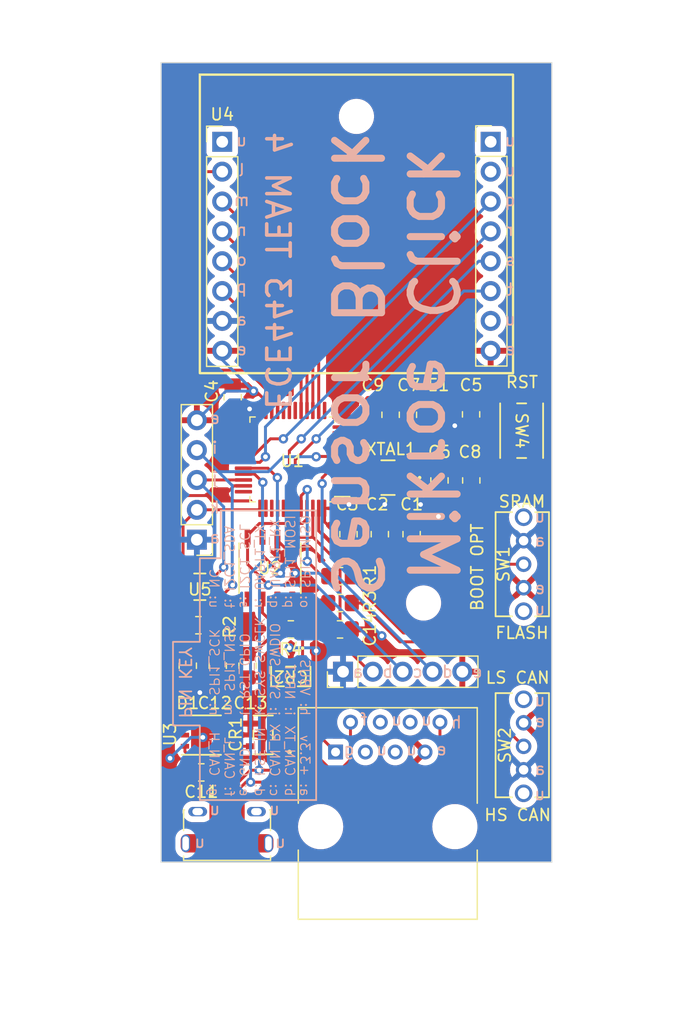
<source format=kicad_pcb>
(kicad_pcb (version 20221018) (generator pcbnew)
  (layers (0 "F.Cu" signal) (31 "B.Cu" signal) (34 "B.Paste" user) (35 "F.Paste" user) (36 "B.SilkS" user "B.Silkscreen") (37 "F.SilkS" user "F.Silkscreen") (38 "B.Mask" user) (39 "F.Mask" user) (44 "Edge.Cuts" user))
  (net 0 "")
  (net 1 "+3.3V")
  (net 5 "GND")
  (net 6 "+3.3VA")
  (net 7 "/NRST")
  (net 8 "VBUS")
  (net 13 "/CAN_L")
  (net 14 "/CAN_H")
  (net 15 "Net-(D1-K)")
  (net 16 "Net-(SW1-B)")
  (net 20 "/BOOT0")
  (net 22 "Net-(U2-RS)")
  (net 23 "/HSE_IN")
  (net 29 "/HSE_OUT")
  (net 30 "/SPI1_NSS")
  (net 31 "/SPI1_SCK")
  (net 32 "/SPI1_MISO")
  (net 33 "/SPI1_MOSI")
  (net 35 "/RST_GPIO")
  (net 40 "/UART1_TX")
  (net 41 "/UART1_RX")
  (net 42 "/USB_DM")
  (net 43 "/USB_DP")
  (net 44 "/SYS_SWDIO")
  (net 45 "/SYS_SWCLK")
  (net 46 "/I2C1_SCL")
  (net 47 "/I2C1_SDA")
  (net 48 "/CAN_RX")
  (net 49 "/CAN_TX")
  (net 58 "Net-(SW2-B)")
  (footprint "footprints:SOT-353   USV_TOS" (layer "F.Cu") (at 102.108 67.705999 180)
    (fp_text reference "U5")
    (fp_text value "DF5A5.6LFUTE85L_F" hide)
  )
  (footprint "footprints:AMPHENOL_10118194-0001LF" (layer "F.Cu") (at 104.425 89.535)
    (fp_text reference "J1" hide)
    (fp_text value "USB_B_Micro" hide)
  )
  (footprint "Resistor_SMD:R_0805_2012Metric_Pad1.20x1.40mm_HandSolder" (layer "F.Cu") (at 122.5138 58.658 -90)
    (fp_text reference "C6")
    (fp_text value ".01u" hide)
  )
  (footprint "footprints:MikroBUS" (layer "F.Cu") (at 104.013 29.845)
    (fp_text reference "U4")
    (fp_text value "~")
  )
  (footprint "MountingHole:MountingHole_2.5mm" (layer "F.Cu") (at 121.158 69.088)
    (fp_text reference "H2" hide)
    (fp_text value "MountingHole" hide)
  )
  (footprint "Resistor_SMD:R_0805_2012Metric_Pad1.20x1.40mm_HandSolder" (layer "F.Cu") (at 114.046 69.088)
    (fp_text reference "R3")
    (fp_text value "10k" hide)
  )
  (footprint "footprints:1825232-1_TEC" (layer "F.Cu") (at 129.6797 67.786 90)
    (fp_text reference "SW1")
    (fp_text value "SW_SPDT" hide)
  )
  (footprint "Resistor_SMD:R_0805_2012Metric_Pad1.20x1.40mm_HandSolder" (layer "F.Cu") (at 101.9811 70.9774 180)
    (fp_text reference "R2")
    (fp_text value "1.5k" hide)
  )
  (footprint "Resistor_SMD:R_0805_2012Metric_Pad1.20x1.40mm_HandSolder" (layer "F.Cu") (at 114.7644 63.23 -90)
    (fp_text reference "C3")
    (fp_text value "100n" hide)
  )
  (footprint "Resistor_SMD:R_0805_2012Metric_Pad1.20x1.40mm_HandSolder" (layer "F.Cu") (at 104.902 51.578 90)
    (fp_text reference "C4")
    (fp_text value "100n" hide)
  )
  (footprint "Resistor_SMD:R_0805_2012Metric_Pad1.20x1.40mm_HandSolder" (layer "F.Cu") (at 125.222 58.658 -90)
    (fp_text reference "C8")
    (fp_text value "100n" hide)
  )
  (footprint "footprints:TVS-SP05_LTF-L" (layer "F.Cu") (at 107.49915 80.309802)
    (fp_text reference "CR1")
    (fp_text value "SP0503BAHTG" hide)
  )
  (footprint "Resistor_SMD:R_0805_2012Metric_Pad1.20x1.40mm_HandSolder" (layer "F.Cu") (at 109.855 71.3326)
    (fp_text reference "R4")
    (fp_text value "120" hide)
  )
  (footprint "footprints:CHIP_ASE-24_ABR-L" (layer "F.Cu") (at 118.1321 58.42 180)
    (fp_text reference "XTAL1")
    (fp_text value "ASE-25.000MHZ-LC-T" hide)
  )
  (footprint "Connector_PinHeader_2.54mm:PinHeader_1x05_P2.54mm_Vertical" (layer "F.Cu") (at 101.854 63.6975 180)
    (fp_text reference "J4" hide)
    (fp_text value "Conn_01x05" hide)
  )
  (footprint "Resistor_SMD:R_0805_2012Metric_Pad1.20x1.40mm_HandSolder" (layer "F.Cu") (at 114.046 66.802 180)
    (fp_text reference "R1")
    (fp_text value "10k" hide)
  )
  (footprint "Resistor_SMD:R_0805_2012Metric_Pad1.20x1.40mm_HandSolder" (layer "F.Cu") (at 103.632 74.4224 90)
    (fp_text reference "C12")
    (fp_text value "1u" hide)
  )
  (footprint "footprints:SW4_PTS815 SJM 250 SMTR LFS_CNK" (layer "F.Cu") (at 129.5105 54.4248 -90)
    (fp_text reference "SW4")
    (fp_text value "PTS815 SJM 250 SMTR LFS" hide)
  )
  (footprint "Resistor_SMD:R_0805_2012Metric_Pad1.20x1.40mm_HandSolder" (layer "F.Cu") (at 101.0811 74.4224 -90)
    (fp_text reference "D1")
    (fp_text value "LED" hide)
  )
  (footprint "Resistor_SMD:R_0805_2012Metric_Pad1.20x1.40mm_HandSolder" (layer "F.Cu") (at 119.8284 53.07 -90)
    (fp_text reference "C7")
    (fp_text value "1u" hide)
  )
  (footprint "Resistor_SMD:R_0805_2012Metric_Pad1.20x1.40mm_HandSolder" (layer "F.Cu") (at 114.046 71.3326)
    (fp_text reference "C14")
    (fp_text value "100p" hide)
  )
  (footprint "Resistor_SMD:R_0805_2012Metric_Pad1.20x1.40mm_HandSolder" (layer "F.Cu") (at 125.206 53.0352 90)
    (fp_text reference "C5")
    (fp_text value "1u" hide)
  )
  (footprint "Resistor_SMD:R_0805_2012Metric_Pad1.20x1.40mm_HandSolder" (layer "F.Cu") (at 117.4338 63.23 -90)
    (fp_text reference "C2")
    (fp_text value "100n" hide)
  )
  (footprint "MountingHole:MountingHole_2.5mm" (layer "F.Cu") (at 115.443 27.686)
    (fp_text reference "H1" hide)
    (fp_text value "MountingHole" hide)
  )
  (footprint "Connector_PinHeader_2.54mm:PinHeader_1x05_P2.54mm_Vertical" (layer "F.Cu") (at 114.3 74.93 90)
    (fp_text reference "J2" hide)
    (fp_text value "Conn_01x05" hide)
  )
  (footprint "footprints:D8-L" (layer "F.Cu") (at 108.077 66.12255 -90)
    (fp_text reference "U2")
    (fp_text value "SN65HVD230DR" hide)
  )
  (footprint "Package_QFP:LQFP-48_7x7mm_P0.5mm" (layer "F.Cu") (at 109.982 56.8675 180)
    (fp_text reference "U1")
    (fp_text value "STM32F072C8Tx" hide)
  )
  (footprint "footprints:DFN6_3X3_STM-L" (layer "F.Cu") (at 102.235 80.325001 180)
    (fp_text reference "U3")
    (fp_text value "LD39050PU33R" hide)
  )
  (footprint "footprints:SOT_03C-E3-08_VIS" (layer "F.Cu") (at 109.855 75.3364 180)
    (fp_text reference "CR2")
    (fp_text value "GSOT03C-E3-08")
  )
  (footprint "footprints:1825232-1_TEC" (layer "F.Cu") (at 129.6797 83.185 90)
    (fp_text reference "SW2")
    (fp_text value "SW_SPDT" hide)
  )
  (footprint "Resistor_SMD:R_0805_2012Metric_Pad1.20x1.40mm_HandSolder" (layer "F.Cu") (at 102.235 83.5 180)
    (fp_text reference "C11")
    (fp_text value "1u" hide)
  )
  (footprint "footprints:FB_HI0805O121R-10" (layer "F.Cu") (at 122.4628 53.027 -90)
    (fp_text reference "E1")
    (fp_text value "HI0805O121R-10" hide)
  )
  (footprint "Resistor_SMD:R_0805_2012Metric_Pad1.20x1.40mm_HandSolder" (layer "F.Cu") (at 106.172 74.422 -90)
    (fp_text reference "C13")
    (fp_text value "100p" hide)
  )
  (footprint "footprints:AMPHENOL_54601-908WPLF" (layer "F.Cu") (at 118.11 88.115)
    (fp_text reference "J3" hide)
    (fp_text value "54601-908WPLF" hide)
  )
  (footprint "Resistor_SMD:R_0805_2012Metric_Pad1.20x1.40mm_HandSolder" (layer "F.Cu") (at 116.8784 53.07 -90)
    (fp_text reference "C9")
    (fp_text value "10n" hide)
  )
  (footprint "Resistor_SMD:R_0805_2012Metric_Pad1.20x1.40mm_HandSolder" (layer "F.Cu") (at 120.142 63.23 -90)
    (fp_text reference "C1")
    (fp_text value "10u" hide)
  )
  (gr_poly (pts (xy 103.886 61.214) (xy 112.014 61.214) (xy 112.014 85.852) (xy 102.108 85.852) (xy 102.108 79.502) (xy 99.822 79.502) (xy 99.822 72.39) (xy 102.108 72.39) (xy 102.108 65.278) (xy 103.886 65.278)) (stroke (width 0.15)) (fill none) (layer "B.SilkS"))
  (gr_rect (start 98.806 23.114) (end 132.08 91.1352) (stroke (width 0.1)) (fill none) (layer "Edge.Cuts"))
  (gr_text "o: SPI1_MISO\np: SPI1_MOSI\nq: UART1_RX\nr: UART1_TX\ns: I2C1_SCL\nt: I2C1_SDA\nu: NC" (at 107.188 69.596 270) (layer "B.SilkS") (effects (font (size 0.8 0.8) (thickness 0.1)) (justify left mirror)))
  (gr_text "e" (at 122.682 81.534) (layer "B.SilkS") (effects (font (size 1 1)) (justify mirror)))
  (gr_text "PIN KEY" (at 100.838 78.994 270) (layer "B.SilkS") (effects (font (size 1 1)) (justify left mirror)))
  (gr_text "j" (at 103.378 58.42) (layer "B.SilkS") (effects (font (size 1 1)) (justify mirror)))
  (gr_text "u" (at 128.524 29.718) (layer "B.SilkS") (effects (font (size 1 1)) (justify mirror)))
  (gr_text "u" (at 108.458 86.614) (layer "B.SilkS") (effects (font (size 1 1)) (justify mirror)))
  (gr_text "l" (at 105.664 32.258) (layer "B.SilkS") (effects (font (size 1 1)) (justify mirror)))
  (gr_text "s" (at 128.524 39.878) (layer "B.SilkS") (effects (font (size 1 1)) (justify mirror)))
  (gr_text "u" (at 131.064 69.596) (layer "B.SilkS") (effects (font (size 1 1)) (justify mirror)))
  (gr_text "d" (at 123.19 74.93) (layer "B.SilkS") (effects (font (size 1 1)) (justify mirror)))
  (gr_text "r" (at 128.524 37.338) (layer "B.SilkS") (effects (font (size 1 1)) (justify mirror)))
  (gr_text "u" (at 128.524 44.958) (layer "B.SilkS") (effects (font (size 1 1)) (justify mirror)))
  (gr_text "e" (at 131.064 67.818) (layer "B.SilkS") (effects (font (size 1 1)) (justify mirror)))
  (gr_text "u" (at 131.064 61.722) (layer "B.SilkS") (effects (font (size 1 1)) (justify mirror)))
  (gr_text "e" (at 105.664 47.498) (layer "B.SilkS") (effects (font (size 1 1)) (justify mirror)))
  (gr_text "Mikroe Click\nSensor Block" (at 118.618 48.768 -90) (layer "B.SilkS") (effects (font (size 4 4) (thickness 0.6)) (justify mirror)))
  (gr_text "f" (at 116.078 78.994) (layer "B.SilkS") (effects (font (size 1 1)) (justify mirror)))
  (gr_text "u" (at 108.966 89.408) (layer "B.SilkS") (effects (font (size 1 1)) (justify mirror)))
  (gr_text "p" (at 105.664 42.164) (layer "B.SilkS") (effects (font (size 1 1)) (justify mirror)))
  (gr_text "k" (at 103.378 60.96) (layer "B.SilkS") (effects (font (size 1 1)) (justify mirror)))
  (gr_text "a" (at 131.072374 83.198259) (layer "B.SilkS") (effects (font (size 1 1)) (justify mirror)))
  (gr_text "a" (at 131.064 63.754) (layer "B.SilkS") (effects (font (size 1 1)) (justify mirror)))
  (gr_text "i" (at 103.378 55.88) (layer "B.SilkS") (effects (font (size 1 1)) (justify mirror)))
  (gr_text "t" (at 128.524 42.418) (layer "B.SilkS") (effects (font (size 1 1)) (justify mirror)))
  (gr_text "m" (at 105.664 34.798) (layer "B.SilkS") (effects (font (size 1 1)) (justify mirror)))
  (gr_text "u" (at 118.872 78.994) (layer "B.SilkS") (effects (font (size 1 1)) (justify mirror)))
  (gr_text "e" (at 131.072374 79.134259) (layer "B.SilkS") (effects (font (size 1 1)) (justify mirror)))
  (gr_text "u" (at 102.108 89.408) (layer "B.SilkS") (effects (font (size 1 1)) (justify mirror)))
  (gr_text "u" (at 103.378 86.614) (layer "B.SilkS") (effects (font (size 1 1)) (justify mirror)))
  (gr_text "u" (at 121.412 78.994) (layer "B.SilkS") (effects (font (size 1 1)) (justify mirror)))
  (gr_text "h: VBUS\ni: NRST\nj: SYS_SWDIO\nk: SYS_SWCLK\nl: RST_GPIO\nm: SPI1_NSS\nn: SPI1_SCK\n" (at 107.188 78.74 270) (layer "B.SilkS") (effects (font (size 0.8 0.8) (thickness 0.1)) (justify left mirror)))
  (gr_text "n" (at 105.664 37.338) (layer "B.SilkS") (effects (font (size 1 1)) (justify mirror)))
  (gr_text "e" (at 125.73 74.93) (layer "B.SilkS") (effects (font (size 1 1)) (justify mirror)))
  (gr_text "a: +3.3v\nb: CAN_TX\nc: CAN_RX\nd: HSE_IN\ne: GND\nf: CAN_L\ng: CAN_H\n" (at 107.188 85.598 270) (layer "B.SilkS") (effects (font (size 0.8 0.8) (thickness 0.1)) (justify left mirror)))
  (gr_text "u" (at 120.142 81.534) (layer "B.SilkS") (effects (font (size 1 1)) (justify mirror)))
  (gr_text "u" (at 131.072374 77.356259) (layer "B.SilkS") (effects (font (size 1 1)) (justify mirror)))
  (gr_text "q" (at 128.524 34.798) (layer "B.SilkS") (effects (font (size 1 1)) (justify mirror)))
  (gr_text "u" (at 117.602 81.534) (layer "B.SilkS") (effects (font (size 1 1)) (justify mirror)))
  (gr_text "a" (at 115.57 74.93) (layer "B.SilkS") (effects (font (size 1 1)) (justify mirror)))
  (gr_text "c" (at 120.65 74.93) (layer "B.SilkS") (effects (font (size 1 1)) (justify mirror)))
  (gr_text "g" (at 114.808 81.534) (layer "B.SilkS") (effects (font (size 1 1)) (justify mirror)))
  (gr_text "u" (at 105.664 29.718) (layer "B.SilkS") (effects (font (size 1 1)) (justify mirror)))
  (gr_text "b" (at 118.11 74.93) (layer "B.SilkS") (effects (font (size 1 1)) (justify mirror)))
  (gr_text "a" (at 105.664 44.958) (layer "B.SilkS") (effects (font (size 1 1)) (justify mirror)))
  (gr_text "o" (at 105.664 39.878) (layer "B.SilkS") (effects (font (size 1 1)) (justify mirror)))
  (gr_text "h" (at 123.952 79.248) (layer "B.SilkS") (effects (font (size 1 1)) (justify mirror)))
  (gr_text "e" (at 103.378 53.34) (layer "B.SilkS") (effects (font (size 1 1)) (justify mirror)))
  (gr_text "u" (at 128.524 32.258) (layer "B.SilkS") (effects (font (size 1 1)) (justify mirror)))
  (gr_text "u" (at 131.064 85.344) (layer "B.SilkS") (effects (font (size 1 1)) (justify mirror)))
  (gr_text "ECE443 TEAM 4" (at 108.712 52.832 270) (layer "B.SilkS") (effects (font (size 2 2) (thickness 0.3)) (justify left mirror)))
  (gr_text "a" (at 103.378 63.5) (layer "B.SilkS") (effects (font (size 1 1)) (justify mirror)))
  (gr_text "e" (at 128.524 47.498) (layer "B.SilkS") (effects (font (size 1 1)) (justify mirror)))
  (gr_text "HS CAN" (at 129.1717 87.122) (layer "F.SilkS") (effects (font (size 1 1))))
  (gr_text "BOOT OPT" (at 125.73 66.04 90) (layer "F.SilkS") (effects (font (size 1 1))))
  (gr_text "FLASH" (at 129.54 71.628) (layer "F.SilkS") (effects (font (size 1 1))))
  (gr_text "RST" (at 129.54 50.292) (layer "F.SilkS") (effects (font (size 1 1))))
  (gr_text "LS CAN" (at 129.1717 75.438) (layer "F.SilkS") (effects (font (size 1 1))))
  (gr_text "SRAM" (at 129.54 60.452) (layer "F.SilkS") (effects (font (size 1 1))))
  (segment (start 106.341999 52.578) (end 106.468999 52.705) (width 0.25) (layer "F.Cu") (net 1))
  (segment (start 112.732 61.03) (end 112.732 62.186) (width 0.25) (layer "F.Cu") (net 1))
  (segment (start 102.108 76.708) (end 102.108 76.4493) (width 0.5) (layer "F.Cu") (net 1))
  (segment (start 102.108 76.708) (end 100.838 77.978) (width 0.5) (layer "F.Cu") (net 1))
  (segment (start 107.442 65.024) (end 107.442 63.5) (width 0.25) (layer "F.Cu") (net 1))
  (segment (start 114.1445 59.6175) (end 115.4975 59.6175) (width 0.25) (layer "F.Cu") (net 1))
  (segment (start 122.4628 54) (end 125.1708 54) (width 0.4) (layer "F.Cu") (net 1))
  (segment (start 101.0666 68.355998) (end 101.854 67.568598) (width 0.25) (layer "F.Cu") (net 1))
  (segment (start 114.1445 59.6175) (end 114.1445 60.0995) (width 0.25) (layer "F.Cu") (net 1))
  (segment (start 112.732 61.03) (end 113.214 61.03) (width 0.25) (layer "F.Cu") (net 1))
  (segment (start 102.108 76.4493) (end 101.0811 75.4224) (width 0.5) (layer "F.Cu") (net 1))
  (segment (start 106.341999 52.578) (end 105.172 52.578) (width 0.4) (layer "F.Cu") (net 1))
  (segment (start 106.468999 52.705) (end 107.232 52.705) (width 0.25) (layer "F.Cu") (net 1))
  (segment (start 102.3464 76.708) (end 103.632 75.4224) (width 0.5) (layer "F.Cu") (net 1))
  (segment (start 108.966 66.548) (end 107.442 65.024) (width 0.25) (layer "F.Cu") (net 1))
  (segment (start 112.732 62.186) (end 113.03 62.484) (width 0.25) (layer "F.Cu") (net 1))
  (segment (start 100.838 77.978) (end 100.838 79.375) (width 0.5) (layer "F.Cu") (net 1))
  (segment (start 101.854 67.568598) (end 101.854 63.6975) (width 0.25) (layer "F.Cu") (net 1))
  (segment (start 102.108 76.708) (end 102.3464 76.708) (width 0.5) (layer "F.Cu") (net 1))
  (via (at 106.341999 52.578) (size 0.8) (drill 0.4) (layers "F.Cu" "B.Cu") (net 1))
  (via (at 117.856 60.706) (size 0.8) (drill 0.4) (layers "F.Cu" "B.Cu") (net 1))
  (via (at 123.8168 54) (size 0.8) (drill 0.4) (layers "F.Cu" "B.Cu") (net 1))
  (via (at 114.808 60.706) (size 0.8) (drill 0.4) (layers "F.Cu" "B.Cu") (net 1))
  (via (at 122.428 61.722) (size 0.8) (drill 0.4) (layers "F.Cu" "B.Cu") (net 1))
  (via (at 102.108 76.708) (size 0.8) (drill 0.4) (layers "F.Cu" "B.Cu") (net 1))
  (via (at 108.966 66.548) (size 0.8) (drill 0.4) (layers "F.Cu" "B.Cu") (net 1))
  (via (at 120.904 60.706) (size 0.8) (drill 0.4) (layers "F.Cu" "B.Cu") (net 1))
  (segment (start 108.712 63.754) (end 110.236 65.278) (width 0.25) (layer "F.Cu") (net 5))
  (segment (start 110.236 65.278) (end 110.236 66.548) (width 0.25) (layer "F.Cu") (net 5))
  (segment (start 106.884185 51.054) (end 107.732 51.901815) (width 0.25) (layer "F.Cu") (net 5))
  (segment (start 115.8405 56.1175) (end 116.078 55.88) (width 0.25) (layer "F.Cu") (net 5))
  (segment (start 104.189815 59.944) (end 100.584 59.944) (width 0.25) (layer "F.Cu") (net 5))
  (segment (start 106.68 51.054) (end 106.884185 51.054) (width 0.25) (layer "F.Cu") (net 5))
  (segment (start 119.4656 57.595) (end 122.3228 57.595) (width 0.25) (layer "F.Cu") (net 5))
  (segment (start 102.362 80.452001) (end 102.235 80.325001) (width 0.25) (layer "F.Cu") (net 5))
  (segment (start 103.632 73.4224) (end 103.378 73.1684) (width 0.25) (layer "F.Cu") (net 5))
  (segment (start 115.046 71.3326) (end 115.046 72.12) (width 0.25) (layer "F.Cu") (net 5))
  (segment (start 102.362 80.518) (end 102.362 80.452001) (width 0.25) (layer "F.Cu") (net 5))
  (segment (start 116.8784 54.07) (end 119.8284 54.07) (width 0.25) (layer "F.Cu") (net 5))
  (segment (start 107.732 51.901815) (end 107.732 52.705) (width 0.25) (layer "F.Cu") (net 5))
  (segment (start 105.6316 75.422) (end 103.632 73.4224) (width 0.25) (layer "F.Cu") (net 5))
  (segment (start 106.204 50.578) (end 104.902 50.578) (width 0.4) (layer "F.Cu") (net 5))
  (segment (start 103.1494 67.705999) (end 102.552499 67.705999) (width 0.25) (layer "F.Cu") (net 5))
  (segment (start 103.378 73.1684) (end 103.378 71.3743) (width 0.25) (layer "F.Cu") (net 5))
  (segment (start 102.552499 67.705999) (end 102.108 68.150498) (width 0.25) (layer "F.Cu") (net 5))
  (segment (start 112.232 62.956) (end 113.506 64.23) (width 0.25) (layer "F.Cu") (net 5))
  (segment (start 105.016315 59.1175) (end 104.189815 59.944) (width 0.25) (layer "F.Cu") (net 5))
  (segment (start 105.725 86.045) (end 106.172 85.598) (width 0.25) (layer "F.Cu") (net 5))
  (segment (start 114.1445 56.1175) (end 115.8405 56.1175) (width 0.25) (layer "F.Cu") (net 5))
  (segment (start 102.108 68.150498) (end 102.108 68.834) (width 0.25) (layer "F.Cu") (net 5))
  (segment (start 105.725 86.86) (end 105.725 86.045) (width 0.25) (layer "F.Cu") (net 5))
  (segment (start 122.3228 57.595) (end 122.4978 57.42) (width 0.25) (layer "F.Cu") (net 5))
  (segment (start 108.712 63.5) (end 108.712 63.754) (width 0.25) (layer "F.Cu") (net 5))
  (segment (start 115.046 72.12) (end 115.57 72.644) (width 0.25) (layer "F.Cu") (net 5))
  (segment (start 106.68 51.054) (end 106.204 50.578) (width 0.4) (layer "F.Cu") (net 5))
  (segment (start 106.172 75.422) (end 105.6316 75.422) (width 0.25) (layer "F.Cu") (net 5))
  (segment (start 103.378 71.3743) (end 102.9811 70.9774) (width 0.25) (layer "F.Cu") (net 5))
  (segment (start 112.232 61.03) (end 112.232 62.956) (width 0.25) (layer "F.Cu") (net 5))
  (segment (start 105.8195 59.1175) (end 105.016315 59.1175) (width 0.25) (layer "F.Cu") (net 5))
  (segment (start 113.506 64.23) (end 114.7644 64.23) (width 0.25) (layer "F.Cu") (net 5))
  (via (at 110.236 66.548) (size 0.8) (drill 0.4) (layers "F.Cu" "B.Cu") (net 5))
  (via (at 117.602 71.882) (size 0.8) (drill 0.4) (layers "F.Cu" "B.Cu") (net 5))
  (via (at 106.68 51.054) (size 0.8) (drill 0.4) (layers "F.Cu" "B.Cu") (net 5))
  (via (at 102.362 80.518) (size 0.8) (drill 0.4) (layers "F.Cu" "B.Cu") (net 5))
  (via (at 99.568 82.296) (size 0.8) (drill 0.4) (layers "F.Cu" "B.Cu") (net 5))
  (via (at 109.728 72.898) (size 0.8) (drill 0.4) (layers "F.Cu" "B.Cu") (net 5))
  (via (at 112.014 73.152) (size 0.8) (drill 0.4) (layers "F.Cu" "B.Cu") (net 5))
  (segment (start 106.68 51.054) (end 104.013 48.387) (width 0.25) (layer "B.Cu") (net 5))
  (segment (start 104.013 48.387) (end 104.013 47.625) (width 0.25) (layer "B.Cu") (net 5))
  (segment (start 109.728 72.898) (end 111.76 72.898) (width 0.25) (layer "B.Cu") (net 5))
  (segment (start 104.3375 51.054) (end 101.854 53.5375) (width 0.25) (layer "B.Cu") (net 5))
  (segment (start 101.346 80.518) (end 99.568 82.296) (width 0.25) (layer "B.Cu") (net 5))
  (segment (start 106.68 51.054) (end 104.3375 51.054) (width 0.25) (layer "B.Cu") (net 5))
  (segment (start 110.236 66.548) (end 112.268 66.548) (width 0.25) (layer "B.Cu") (net 5))
  (segment (start 112.268 66.548) (end 117.602 71.882) (width 0.25) (layer "B.Cu") (net 5))
  (segment (start 111.76 72.898) (end 112.014 73.152) (width 0.25) (layer "B.Cu") (net 5))
  (segment (start 102.362 80.518) (end 101.346 80.518) (width 0.25) (layer "B.Cu") (net 5))
  (segment (start 119.8284 52.07) (end 116.8784 52.07) (width 0.4) (layer "F.Cu") (net 6))
  (segment (start 115.57 54.995185) (end 115.57 54.420385) (width 0.25) (layer "F.Cu") (net 6))
  (segment (start 115.57 53.3784) (end 116.8784 52.07) (width 0.4) (layer "F.Cu") (net 6))
  (segment (start 114.947685 55.6175) (end 115.57 54.995185) (width 0.25) (layer "F.Cu") (net 6))
  (segment (start 119.8284 52.07) (end 122.4468 52.07) (width 0.4) (layer "F.Cu") (net 6))
  (segment (start 115.57 54.420385) (end 115.57 53.3784) (width 0.4) (layer "F.Cu") (net 6))
  (segment (start 114.1445 55.6175) (end 114.947685 55.6175) (width 0.25) (layer "F.Cu") (net 6))
  (segment (start 104.110002 68.355998) (end 103.1494 68.355998) (width 0.25) (layer "F.Cu") (net 7))
  (segment (start 128.435501 58.000499) (end 128.435501 56.674801) (width 0.25) (layer "F.Cu") (net 7))
  (segment (start 128.435501 56.674801) (end 128.435501 52.174799) (width 0.25) (layer "F.Cu") (net 7))
  (segment (start 114.046 56.6175) (end 128.3782 56.6175) (width 0.25) (layer "F.Cu") (net 7))
  (segment (start 125.206 59.42) (end 127.016 59.42) (width 0.25) (layer "F.Cu") (net 7))
  (segment (start 128.3782 56.6175) (end 128.435501 56.674801) (width 0.25) (layer "F.Cu") (net 7))
  (segment (start 112.014 56.642) (end 112.0385 56.6175) (width 0.25) (layer "F.Cu") (net 7))
  (segment (start 112.0385 56.6175) (end 114.1445 56.6175) (width 0.25) (layer "F.Cu") (net 7))
  (segment (start 127.016 59.42) (end 128.435501 58.000499) (width 0.25) (layer "F.Cu") (net 7))
  (segment (start 104.902 67.564) (end 104.110002 68.355998) (width 0.25) (layer "F.Cu") (net 7))
  (via (at 112.014 56.642) (size 0.8) (drill 0.4) (layers "F.Cu" "B.Cu") (net 7))
  (via (at 104.902 67.564) (size 0.8) (drill 0.4) (layers "F.Cu" "B.Cu") (net 7))
  (segment (start 104.902 67.564) (end 104.865 67.527) (width 0.25) (layer "B.Cu") (net 7))
  (segment (start 103.6885 57.912) (end 101.854 56.0775) (width 0.25) (layer "B.Cu") (net 7))
  (segment (start 104.865 59.0885) (end 103.6885 57.912) (width 0.25) (layer "B.Cu") (net 7))
  (segment (start 104.865 67.527) (end 104.865 59.0885) (width 0.25) (layer "B.Cu") (net 7))
  (segment (start 109.22 56.642) (end 107.95 57.912) (width 0.25) (layer "B.Cu") (net 7))
  (segment (start 107.95 57.912) (end 103.6885 57.912) (width 0.25) (layer "B.Cu") (net 7))
  (segment (start 112.014 56.642) (end 109.22 56.642) (width 0.25) (layer "B.Cu") (net 7))
  (segment (start 111.506 84.582) (end 107.95 88.138) (width 0.25) (layer "F.Cu") (net 8))
  (segment (start 103.235 83.5) (end 103.235 82.095901) (width 0.25) (layer "F.Cu") (net 8))
  (segment (start 122.555 82.677) (end 120.65 84.582) (width 0.25) (layer "F.Cu") (net 8))
  (segment (start 100.838 81.275002) (end 100.838 81.728202) (width 0.25) (layer "F.Cu") (net 8))
  (segment (start 103.125 86.86) (end 103.125 83.61) (width 0.25) (layer "F.Cu") (net 8))
  (segment (start 107.95 88.138) (end 103.528 88.138) (width 0.25) (layer "F.Cu") (net 8))
  (segment (start 103.125 83.61) (end 103.235 83.5) (width 0.25) (layer "F.Cu") (net 8))
  (segment (start 120.65 84.582) (end 111.506 84.582) (width 0.25) (layer "F.Cu") (net 8))
  (segment (start 103.4363 81.894601) (end 103.632 81.698901) (width 0.25) (layer "F.Cu") (net 8))
  (segment (start 103.632 81.698901) (end 103.632 81.275002) (width 0.25) (layer "F.Cu") (net 8))
  (segment (start 103.528 88.138) (end 103.125 87.735) (width 0.25) (layer "F.Cu") (net 8))
  (segment (start 106.4133 81.275002) (end 103.632 81.275002) (width 0.25) (layer "F.Cu") (net 8))
  (segment (start 103.235 82.095901) (end 103.632 81.698901) (width 0.25) (layer "F.Cu") (net 8))
  (segment (start 103.125 87.735) (end 103.125 86.86) (width 0.25) (layer "F.Cu") (net 8))
  (segment (start 100.838 81.728202) (end 101.004399 81.894601) (width 0.25) (layer "F.Cu") (net 8))
  (segment (start 122.555 79.225) (end 122.555 82.677) (width 0.25) (layer "F.Cu") (net 8))
  (segment (start 101.004399 81.894601) (end 103.4363 81.894601) (width 0.25) (layer "F.Cu") (net 8))
  (segment (start 108.854999 77.866999) (end 108.854999 74.295) (width 0.25) (layer "F.Cu") (net 13))
  (segment (start 108.855 71.3326) (end 108.7534 71.3326) (width 0.25) (layer "F.Cu") (net 13))
  (segment (start 114.29 83.058) (end 113.04 83.058) (width 0.25) (layer "F.Cu") (net 13))
  (segment (start 107.442 69.9196) (end 107.442 68.7451) (width 0.25) (layer "F.Cu") (net 13))
  (segment (start 109.728 79.746) (end 109.728 78.74) (width 0.25) (layer "F.Cu") (net 13))
  (segment (start 106.664 73.422) (end 106.172 73.422) (width 0.25) (layer "F.Cu") (net 13))
  (segment (start 114.935 82.413) (end 114.29 83.058) (width 0.25) (layer "F.Cu") (net 13))
  (segment (start 109.728 78.74) (end 108.854999 77.866999) (width 0.25) (layer "F.Cu") (net 13))
  (segment (start 108.855 71.3326) (end 107.442 69.9196) (width 0.25) (layer "F.Cu") (net 13))
  (segment (start 108.7534 71.3326) (end 106.664 73.422) (width 0.25) (layer "F.Cu") (net 13))
  (segment (start 114.935 79.225) (end 114.935 82.413) (width 0.25) (layer "F.Cu") (net 13))
  (segment (start 113.04 83.058) (end 109.728 79.746) (width 0.25) (layer "F.Cu") (net 13))
  (segment (start 108.854999 74.295) (end 108.855 71.3326) (width 0.25) (layer "F.Cu") (net 13))
  (segment (start 108.712 68.7451) (end 108.712 69.1896) (width 0.25) (layer "F.Cu") (net 14))
  (segment (start 113.665 81.765) (end 110.855001 78.955001) (width 0.25) (layer "F.Cu") (net 14))
  (segment (start 113.046 71.3326) (end 110.855 71.3326) (width 0.25) (layer "F.Cu") (net 14))
  (segment (start 108.712 69.1896) (end 110.855 71.3326) (width 0.25) (layer "F.Cu") (net 14))
  (segment (start 110.855001 78.955001) (end 110.855001 74.295) (width 0.25) (layer "F.Cu") (net 14))
  (segment (start 110.855001 74.295) (end 110.855 71.3326) (width 0.25) (layer "F.Cu") (net 14))
  (segment (start 101.0811 73.4224) (end 101.0811 71.0774) (width 0.25) (layer "F.Cu") (net 15))
  (segment (start 101.0811 71.0774) (end 100.9811 70.9774) (width 0.25) (layer "F.Cu") (net 15))
  (segment (start 129.6797 65.786) (end 116.062 65.786) (width 0.25) (layer "F.Cu") (net 16))
  (segment (start 116.062 65.786) (end 115.046 66.802) (width 0.25) (layer "F.Cu") (net 16))
  (segment (start 112.522 66.802) (end 113.046 66.802) (width 0.25) (layer "F.Cu") (net 20))
  (segment (start 110.732 61.03) (end 110.732 59.956) (width 0.25) (layer "F.Cu") (net 20))
  (segment (start 110.732 59.956) (end 111.252 59.436) (width 0.25) (layer "F.Cu") (net 20))
  (segment (start 111.252 65.532) (end 112.522 66.802) (width 0.25) (layer "F.Cu") (net 20))
  (via (at 111.252 65.532) (size 0.8) (drill 0.4) (layers "F.Cu" "B.Cu") (net 20))
  (via (at 111.252 59.436) (size 0.8) (drill 0.4) (layers "F.Cu" "B.Cu") (net 20))
  (segment (start 111.252 59.436) (end 111.252 65.532) (width 0.25) (layer "B.Cu") (net 20))
  (segment (start 110.0361 68.834) (end 112.792 68.834) (width 0.25) (layer "F.Cu") (net 22))
  (segment (start 112.792 68.834) (end 113.046 69.088) (width 0.25) (layer "F.Cu") (net 22))
  (segment (start 113.341315 57.6175) (end 112.522 58.436815) (width 0.25) (layer "F.Cu") (net 23))
  (segment (start 114.1445 57.6175) (end 113.341315 57.6175) (width 0.25) (layer "F.Cu") (net 23))
  (segment (start 116.7761 57.6175) (end 116.7986 57.595) (width 0.25) (layer "F.Cu") (net 23))
  (segment (start 114.046 57.6175) (end 116.7761 57.6175) (width 0.25) (layer "F.Cu") (net 23))
  (segment (start 112.522 58.436815) (end 112.522 58.928) (width 0.25) (layer "F.Cu") (net 23))
  (via (at 112.522 58.928) (size 0.8) (drill 0.4) (layers "F.Cu" "B.Cu") (net 23))
  (segment (start 112.522 65.532) (end 121.92 74.93) (width 0.25) (layer "B.Cu") (net 23))
  (segment (start 112.522 58.928) (end 112.522 65.532) (width 0.25) (layer "B.Cu") (net 23))
  (segment (start 104.013 34.925) (end 112.232 43.144) (width 0.25) (layer "F.Cu") (net 30))
  (segment (start 112.232 43.144) (end 112.232 52.705) (width 0.25) (layer "F.Cu") (net 30))
  (segment (start 111.732 52.705) (end 111.732 45.184) (width 0.25) (layer "F.Cu") (net 31))
  (segment (start 111.732 45.184) (end 104.013 37.465) (width 0.25) (layer "F.Cu") (net 31))
  (segment (start 111.232 47.224) (end 111.232 52.705) (width 0.25) (layer "F.Cu") (net 32))
  (segment (start 104.013 40.005) (end 111.232 47.224) (width 0.25) (layer "F.Cu") (net 32))
  (segment (start 110.732 49.264) (end 110.732 52.705) (width 0.25) (layer "F.Cu") (net 33))
  (segment (start 104.013 42.545) (end 110.732 49.264) (width 0.25) (layer "F.Cu") (net 33))
  (segment (start 102.108 49.276) (end 106.106185 49.276) (width 0.25) (layer "F.Cu") (net 35))
  (segment (start 104.013 32.385) (end 102.235 32.385) (width 0.25) (layer "F.Cu") (net 35))
  (segment (start 106.106185 49.276) (end 108.732 51.901815) (width 0.25) (layer "F.Cu") (net 35))
  (segment (start 102.235 32.385) (end 100.584 34.036) (width 0.25) (layer "F.Cu") (net 35))
  (segment (start 108.732 51.901815) (end 108.732 52.705) (width 0.25) (layer "F.Cu") (net 35))
  (segment (start 100.584 47.752) (end 102.108 49.276) (width 0.25) (layer "F.Cu") (net 35))
  (segment (start 100.584 34.036) (end 100.584 47.752) (width 0.25) (layer "F.Cu") (net 35))
  (segment (start 108.122185 55.118) (end 106.622685 56.6175) (width 0.25) (layer "F.Cu") (net 40))
  (segment (start 106.622685 56.6175) (end 105.8195 56.6175) (width 0.25) (layer "F.Cu") (net 40))
  (segment (start 109.22 55.118) (end 108.122185 55.118) (width 0.25) (layer "F.Cu") (net 40))
  (via (at 109.22 55.118) (size 0.8) (drill 0.4) (layers "F.Cu" "B.Cu") (net 40))
  (segment (start 109.22 55.118) (end 126.873 37.465) (width 0.25) (layer "B.Cu") (net 40))
  (segment (start 107.2205 57.1175) (end 105.8195 57.1175) (width 0.25) (layer "F.Cu") (net 41))
  (segment (start 107.696 56.642) (end 107.2205 57.1175) (width 0.25) (layer "F.Cu") (net 41))
  (via (at 107.696 56.642) (size 0.8) (drill 0.4) (layers "F.Cu" "B.Cu") (net 41))
  (segment (start 107.696 56.642) (end 107.696 54.102) (width 0.25) (layer "B.Cu") (net 41))
  (segment (start 107.696 54.102) (end 126.873 34.925) (width 0.25) (layer "B.Cu") (net 41))
  (segment (start 103.775 85.948604) (end 106.411604 83.312) (width 0.25) (layer "F.Cu") (net 42))
  (segment (start 108.585 82.931) (end 108.585 81.275002) (width 0.25) (layer "F.Cu") (net 42))
  (segment (start 103.775 86.86) (end 103.775 85.948604) (width 0.25) (layer "F.Cu") (net 42))
  (segment (start 107.9095 57.6175) (end 105.8195 57.6175) (width 0.25) (layer "F.Cu") (net 42))
  (segment (start 106.411604 83.312) (end 108.204 83.312) (width 0.25) (layer "F.Cu") (net 42))
  (segment (start 108.712 58.42) (end 107.9095 57.6175) (width 0.25) (layer "F.Cu") (net 42))
  (segment (start 108.204 83.312) (end 108.585 82.931) (width 0.25) (layer "F.Cu") (net 42))
  (via (at 107.1505 83.312) (size 0.8) (drill 0.4) (layers "F.Cu" "B.Cu") (net 42))
  (via (at 108.712 58.42) (size 0.8) (drill 0.4) (layers "F.Cu" "B.Cu") (net 42))
  (segment (start 107.188 66.802) (end 107.188 83.2745) (width 0.25) (layer "B.Cu") (net 42))
  (segment (start 107.188 83.2745) (end 107.1505 83.312) (width 0.25) (layer "B.Cu") (net 42))
  (segment (start 108.712 58.42) (end 108.712 65.278) (width 0.25) (layer "B.Cu") (net 42))
  (segment (start 108.712 65.278) (end 107.188 66.802) (width 0.25) (layer "B.Cu") (net 42))
  (segment (start 109.855 80.614602) (end 108.585 79.344602) (width 0.25) (layer "F.Cu") (net 43))
  (segment (start 109.855 83.439) (end 109.855 80.614602) (width 0.25) (layer "F.Cu") (net 43))
  (segment (start 108.966 84.328) (end 109.855 83.439) (width 0.25) (layer "F.Cu") (net 43))
  (segment (start 107.469122 58.819347) (end 106.767275 58.1175) (width 0.25) (layer "F.Cu") (net 43))
  (segment (start 104.425 85.935) (end 106.032 84.328) (width 0.25) (layer "F.Cu") (net 43))
  (segment (start 104.425 86.86) (end 104.425 85.935) (width 0.25) (layer "F.Cu") (net 43))
  (segment (start 106.767275 58.1175) (end 105.8195 58.1175) (width 0.25) (layer "F.Cu") (net 43))
  (segment (start 106.032 84.328) (end 108.966 84.328) (width 0.25) (layer "F.Cu") (net 43))
  (via (at 107.469122 58.819347) (size 0.8) (drill 0.4) (layers "F.Cu" "B.Cu") (net 43))
  (via (at 106.426 84.328) (size 0.8) (drill 0.4) (layers "F.Cu" "B.Cu") (net 43))
  (segment (start 107.442 65.532) (end 106.426 66.548) (width 0.25) (layer "B.Cu") (net 43))
  (segment (start 107.442 58.846469) (end 107.442 65.532) (width 0.25) (layer "B.Cu") (net 43))
  (segment (start 107.469122 58.819347) (end 107.442 58.846469) (width 0.25) (layer "B.Cu") (net 43))
  (segment (start 106.426 66.548) (end 106.426 84.328) (width 0.25) (layer "B.Cu") (net 43))
  (segment (start 104.14 66.04) (end 104.14 66.0654) (width 0.25) (layer "F.Cu") (net 44))
  (segment (start 105.8195 58.6175) (end 101.854 58.6175) (width 0.25) (layer "F.Cu") (net 44))
  (segment (start 104.14 66.0654) (end 103.1494 67.056) (width 0.25) (layer "F.Cu") (net 44))
  (via (at 104.14 66.04) (size 0.8) (drill 0.4) (layers "F.Cu" "B.Cu") (net 44))
  (segment (start 104.14 60.9035) (end 101.854 58.6175) (width 0.25) (layer "B.Cu") (net 44))
  (segment (start 104.14 66.04) (end 104.14 60.9035) (width 0.25) (layer "B.Cu") (net 44))
  (segment (start 100.679 66.6684) (end 100.679 62.3325) (width 0.25) (layer "F.Cu") (net 45))
  (segment (start 100.679 62.3325) (end 101.854 61.1575) (width 0.25) (layer "F.Cu") (net 45))
  (segment (start 107.1045 61.1575) (end 101.854 61.1575) (width 0.25) (layer "F.Cu") (net 45))
  (segment (start 107.232 61.03) (end 107.1045 61.1575) (width 0.25) (layer "F.Cu") (net 45))
  (segment (start 101.0666 67.056) (end 100.679 66.6684) (width 0.25) (layer "F.Cu") (net 45))
  (segment (start 110.744 55.118) (end 109.732 56.13) (width 0.25) (layer "F.Cu") (net 46))
  (segment (start 109.732 56.13) (end 109.732 61.03) (width 0.25) (layer "F.Cu") (net 46))
  (via (at 110.744 55.118) (size 0.8) (drill 0.4) (layers "F.Cu" "B.Cu") (net 46))
  (segment (start 110.744 55.118) (end 125.857 40.005) (width 0.25) (layer "B.Cu") (net 46))
  (segment (start 125.857 40.005) (end 126.873 40.005) (width 0.25) (layer "B.Cu") (net 46))
  (segment (start 110.232 56.9) (end 110.232 61.03) (width 0.25) (layer "F.Cu") (net 47))
  (segment (start 112.014 55.118) (end 110.232 56.9) (width 0.25) (layer "F.Cu") (net 47))
  (via (at 112.014 55.118) (size 0.8) (drill 0.4) (layers "F.Cu" "B.Cu") (net 47))
  (segment (start 112.014 55.118) (end 124.587 42.545) (width 0.25) (layer "B.Cu") (net 47))
  (segment (start 124.587 42.545) (end 126.873 42.545) (width 0.25) (layer "B.Cu") (net 47))
  (segment (start 106.172 63.5) (end 106.172 63.326774) (width 0.25) (layer "F.Cu") (net 48))
  (segment (start 107.95 67.564) (end 106.172 65.786) (width 0.25) (layer "F.Cu") (net 48))
  (segment (start 111.232 61.922609) (end 111.232 61.03) (width 0.25) (layer "F.Cu") (net 48))
  (segment (start 106.172 63.326774) (end 107.17935 62.319424) (width 0.25) (layer "F.Cu") (net 48))
  (segment (start 106.172 65.786) (end 106.172 63.5) (width 0.25) (layer "F.Cu") (net 48))
  (segment (start 107.17935 62.319424) (end 110.835185 62.319424) (width 0.25) (layer "F.Cu") (net 48))
  (segment (start 110.835185 62.319424) (end 111.232 61.922609) (width 0.25) (layer "F.Cu") (net 48))
  (via (at 107.95 67.564) (size 0.8) (drill 0.4) (layers "F.Cu" "B.Cu") (net 48))
  (segment (start 112.014 67.564) (end 119.38 74.93) (width 0.25) (layer "B.Cu") (net 48))
  (segment (start 107.95 67.564) (end 112.014 67.564) (width 0.25) (layer "B.Cu") (net 48))
  (segment (start 114.046 65.786) (end 111.76 63.5) (width 0.25) (layer "F.Cu") (net 49))
  (segment (start 116.84 74.93) (end 116.586 74.93) (width 0.25) (layer "F.Cu") (net 49))
  (segment (start 111.732 63.472) (end 111.732 61.03) (width 0.25) (layer "F.Cu") (net 49))
  (segment (start 111.76 63.5) (end 111.506 63.5) (width 0.25) (layer "F.Cu") (net 49))
  (segment (start 111.506 63.5) (end 109.982 63.5) (width 0.25) (layer "F.Cu") (net 49))
  (segment (start 116.586 74.93) (end 114.046 72.39) (width 0.25) (layer "F.Cu") (net 49))
  (segment (start 114.046 72.39) (end 114.046 65.786) (width 0.25) (layer "F.Cu") (net 49))
  (segment (start 111.76 63.5) (end 111.732 63.472) (width 0.25) (layer "F.Cu") (net 49))
  (segment (start 115.833305 69.088) (end 115.046 69.088) (width 0.25) (layer "F.Cu") (net 58))
  (segment (start 129.6797 81.28) (end 128.27 79.8703) (width 0.25) (layer "F.Cu") (net 58))
  (segment (start 128.27 74.93) (end 125.73 72.39) (width 0.25) (layer "F.Cu") (net 58))
  (segment (start 119.135305 72.39) (end 115.833305 69.088) (width 0.25) (layer "F.Cu") (net 58))
  (segment (start 128.27 79.8703) (end 128.27 74.93) (width 0.25) (layer "F.Cu") (net 58))
  (segment (start 125.73 72.39) (end 119.135305 72.39) (width 0.25) (layer "F.Cu") (net 58))
  (zone (net 1) (net_name "+3.3V") (layer "F.Cu") (priority 2) (connect_pads (clearance 0.5)) (min_thickness 0.25) (fill yes (thermal_gap 0.5) (thermal_bridge_width 0.5))
    (polygon (pts (xy 116.078 58.674) (xy 123.444 58.674) (xy 123.444 63.246) (xy 113.538 63.246) (xy 112.522 62.23) (xy 112.522 60.198) (xy 113.284 59.436) (xy 115.316 59.436)))
  )
  (zone (net 5) (net_name "GND") (layer "F.Cu") (connect_pads (clearance 0.5)) (min_thickness 0.25) (fill yes (thermal_gap 0.5) (thermal_bridge_width 0.5))
    (polygon (pts (xy 95.25 18.542) (xy 139.192 22.352) (xy 138.938 99.568) (xy 85.09 98.806)))
  )
  (zone (net 1) (net_name "+3.3V") (layer "B.Cu") (priority 1) (connect_pads (clearance 0.5)) (min_thickness 0.25) (fill yes (thermal_gap 0.5) (thermal_bridge_width 0.5))
    (polygon (pts (xy 89.408 23.622) (xy 144.018 17.78) (xy 141.224 104.902) (xy 92.456 103.378)))
  )
)
</source>
